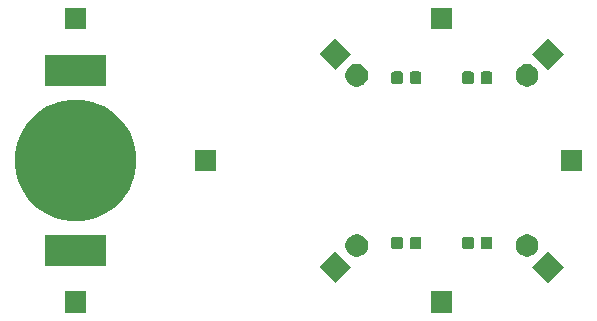
<source format=gts>
G04 #@! TF.GenerationSoftware,KiCad,Pcbnew,5.1.4*
G04 #@! TF.CreationDate,2019-09-18T22:14:05+02:00*
G04 #@! TF.ProjectId,crf_bokmassabot,6372665f-626f-46b6-9d61-737361626f74,rev?*
G04 #@! TF.SameCoordinates,Original*
G04 #@! TF.FileFunction,Soldermask,Top*
G04 #@! TF.FilePolarity,Negative*
%FSLAX46Y46*%
G04 Gerber Fmt 4.6, Leading zero omitted, Abs format (unit mm)*
G04 Created by KiCad (PCBNEW 5.1.4) date 2019-09-18 22:14:05*
%MOMM*%
%LPD*%
G04 APERTURE LIST*
%ADD10C,0.100000*%
G04 APERTURE END LIST*
D10*
G36*
X191901000Y-122901000D02*
G01*
X190099000Y-122901000D01*
X190099000Y-121099000D01*
X191901000Y-121099000D01*
X191901000Y-122901000D01*
X191901000Y-122901000D01*
G37*
G36*
X160901000Y-122901000D02*
G01*
X159099000Y-122901000D01*
X159099000Y-121099000D01*
X160901000Y-121099000D01*
X160901000Y-122901000D01*
X160901000Y-122901000D01*
G37*
G36*
X183344917Y-119000000D02*
G01*
X182000000Y-120344917D01*
X180655083Y-119000000D01*
X182000000Y-117655083D01*
X183344917Y-119000000D01*
X183344917Y-119000000D01*
G37*
G36*
X201344917Y-119000000D02*
G01*
X200000000Y-120344917D01*
X198655083Y-119000000D01*
X200000000Y-117655083D01*
X201344917Y-119000000D01*
X201344917Y-119000000D01*
G37*
G36*
X162601000Y-118901000D02*
G01*
X157399000Y-118901000D01*
X157399000Y-116299000D01*
X162601000Y-116299000D01*
X162601000Y-118901000D01*
X162601000Y-118901000D01*
G37*
G36*
X184073446Y-116289495D02*
G01*
X184246517Y-116361183D01*
X184246518Y-116361184D01*
X184402278Y-116465259D01*
X184534741Y-116597722D01*
X184534742Y-116597724D01*
X184638817Y-116753483D01*
X184710505Y-116926554D01*
X184747051Y-117110282D01*
X184747051Y-117297616D01*
X184710505Y-117481344D01*
X184638817Y-117654415D01*
X184638370Y-117655084D01*
X184534741Y-117810176D01*
X184402278Y-117942639D01*
X184323869Y-117995030D01*
X184246517Y-118046715D01*
X184073446Y-118118403D01*
X183889718Y-118154949D01*
X183702384Y-118154949D01*
X183518656Y-118118403D01*
X183345585Y-118046715D01*
X183268233Y-117995030D01*
X183189824Y-117942639D01*
X183057361Y-117810176D01*
X182953732Y-117655084D01*
X182953285Y-117654415D01*
X182881597Y-117481344D01*
X182845051Y-117297616D01*
X182845051Y-117110282D01*
X182881597Y-116926554D01*
X182953285Y-116753483D01*
X183057360Y-116597724D01*
X183057361Y-116597722D01*
X183189824Y-116465259D01*
X183345584Y-116361184D01*
X183345585Y-116361183D01*
X183518656Y-116289495D01*
X183702384Y-116252949D01*
X183889718Y-116252949D01*
X184073446Y-116289495D01*
X184073446Y-116289495D01*
G37*
G36*
X198481344Y-116289495D02*
G01*
X198654415Y-116361183D01*
X198654416Y-116361184D01*
X198810176Y-116465259D01*
X198942639Y-116597722D01*
X198942640Y-116597724D01*
X199046715Y-116753483D01*
X199118403Y-116926554D01*
X199154949Y-117110282D01*
X199154949Y-117297616D01*
X199118403Y-117481344D01*
X199046715Y-117654415D01*
X199046268Y-117655084D01*
X198942639Y-117810176D01*
X198810176Y-117942639D01*
X198731767Y-117995030D01*
X198654415Y-118046715D01*
X198481344Y-118118403D01*
X198297616Y-118154949D01*
X198110282Y-118154949D01*
X197926554Y-118118403D01*
X197753483Y-118046715D01*
X197676131Y-117995030D01*
X197597722Y-117942639D01*
X197465259Y-117810176D01*
X197361630Y-117655084D01*
X197361183Y-117654415D01*
X197289495Y-117481344D01*
X197252949Y-117297616D01*
X197252949Y-117110282D01*
X197289495Y-116926554D01*
X197361183Y-116753483D01*
X197465258Y-116597724D01*
X197465259Y-116597722D01*
X197597722Y-116465259D01*
X197753482Y-116361184D01*
X197753483Y-116361183D01*
X197926554Y-116289495D01*
X198110282Y-116252949D01*
X198297616Y-116252949D01*
X198481344Y-116289495D01*
X198481344Y-116289495D01*
G37*
G36*
X187554591Y-116478085D02*
G01*
X187588569Y-116488393D01*
X187619890Y-116505134D01*
X187647339Y-116527661D01*
X187669866Y-116555110D01*
X187686607Y-116586431D01*
X187696915Y-116620409D01*
X187701000Y-116661890D01*
X187701000Y-117338110D01*
X187696915Y-117379591D01*
X187686607Y-117413569D01*
X187669866Y-117444890D01*
X187647339Y-117472339D01*
X187619890Y-117494866D01*
X187588569Y-117511607D01*
X187554591Y-117521915D01*
X187513110Y-117526000D01*
X186911890Y-117526000D01*
X186870409Y-117521915D01*
X186836431Y-117511607D01*
X186805110Y-117494866D01*
X186777661Y-117472339D01*
X186755134Y-117444890D01*
X186738393Y-117413569D01*
X186728085Y-117379591D01*
X186724000Y-117338110D01*
X186724000Y-116661890D01*
X186728085Y-116620409D01*
X186738393Y-116586431D01*
X186755134Y-116555110D01*
X186777661Y-116527661D01*
X186805110Y-116505134D01*
X186836431Y-116488393D01*
X186870409Y-116478085D01*
X186911890Y-116474000D01*
X187513110Y-116474000D01*
X187554591Y-116478085D01*
X187554591Y-116478085D01*
G37*
G36*
X189129591Y-116478085D02*
G01*
X189163569Y-116488393D01*
X189194890Y-116505134D01*
X189222339Y-116527661D01*
X189244866Y-116555110D01*
X189261607Y-116586431D01*
X189271915Y-116620409D01*
X189276000Y-116661890D01*
X189276000Y-117338110D01*
X189271915Y-117379591D01*
X189261607Y-117413569D01*
X189244866Y-117444890D01*
X189222339Y-117472339D01*
X189194890Y-117494866D01*
X189163569Y-117511607D01*
X189129591Y-117521915D01*
X189088110Y-117526000D01*
X188486890Y-117526000D01*
X188445409Y-117521915D01*
X188411431Y-117511607D01*
X188380110Y-117494866D01*
X188352661Y-117472339D01*
X188330134Y-117444890D01*
X188313393Y-117413569D01*
X188303085Y-117379591D01*
X188299000Y-117338110D01*
X188299000Y-116661890D01*
X188303085Y-116620409D01*
X188313393Y-116586431D01*
X188330134Y-116555110D01*
X188352661Y-116527661D01*
X188380110Y-116505134D01*
X188411431Y-116488393D01*
X188445409Y-116478085D01*
X188486890Y-116474000D01*
X189088110Y-116474000D01*
X189129591Y-116478085D01*
X189129591Y-116478085D01*
G37*
G36*
X195129591Y-116478085D02*
G01*
X195163569Y-116488393D01*
X195194890Y-116505134D01*
X195222339Y-116527661D01*
X195244866Y-116555110D01*
X195261607Y-116586431D01*
X195271915Y-116620409D01*
X195276000Y-116661890D01*
X195276000Y-117338110D01*
X195271915Y-117379591D01*
X195261607Y-117413569D01*
X195244866Y-117444890D01*
X195222339Y-117472339D01*
X195194890Y-117494866D01*
X195163569Y-117511607D01*
X195129591Y-117521915D01*
X195088110Y-117526000D01*
X194486890Y-117526000D01*
X194445409Y-117521915D01*
X194411431Y-117511607D01*
X194380110Y-117494866D01*
X194352661Y-117472339D01*
X194330134Y-117444890D01*
X194313393Y-117413569D01*
X194303085Y-117379591D01*
X194299000Y-117338110D01*
X194299000Y-116661890D01*
X194303085Y-116620409D01*
X194313393Y-116586431D01*
X194330134Y-116555110D01*
X194352661Y-116527661D01*
X194380110Y-116505134D01*
X194411431Y-116488393D01*
X194445409Y-116478085D01*
X194486890Y-116474000D01*
X195088110Y-116474000D01*
X195129591Y-116478085D01*
X195129591Y-116478085D01*
G37*
G36*
X193554591Y-116478085D02*
G01*
X193588569Y-116488393D01*
X193619890Y-116505134D01*
X193647339Y-116527661D01*
X193669866Y-116555110D01*
X193686607Y-116586431D01*
X193696915Y-116620409D01*
X193701000Y-116661890D01*
X193701000Y-117338110D01*
X193696915Y-117379591D01*
X193686607Y-117413569D01*
X193669866Y-117444890D01*
X193647339Y-117472339D01*
X193619890Y-117494866D01*
X193588569Y-117511607D01*
X193554591Y-117521915D01*
X193513110Y-117526000D01*
X192911890Y-117526000D01*
X192870409Y-117521915D01*
X192836431Y-117511607D01*
X192805110Y-117494866D01*
X192777661Y-117472339D01*
X192755134Y-117444890D01*
X192738393Y-117413569D01*
X192728085Y-117379591D01*
X192724000Y-117338110D01*
X192724000Y-116661890D01*
X192728085Y-116620409D01*
X192738393Y-116586431D01*
X192755134Y-116555110D01*
X192777661Y-116527661D01*
X192805110Y-116505134D01*
X192836431Y-116488393D01*
X192870409Y-116478085D01*
X192911890Y-116474000D01*
X193513110Y-116474000D01*
X193554591Y-116478085D01*
X193554591Y-116478085D01*
G37*
G36*
X161502490Y-105046950D02*
G01*
X162051620Y-105274407D01*
X162439913Y-105435243D01*
X163283571Y-105998957D01*
X164001043Y-106716429D01*
X164564757Y-107560087D01*
X164564757Y-107560088D01*
X164953050Y-108497510D01*
X165151000Y-109492669D01*
X165151000Y-110507331D01*
X164953050Y-111502490D01*
X164725593Y-112051620D01*
X164564757Y-112439913D01*
X164001043Y-113283571D01*
X163283571Y-114001043D01*
X162439913Y-114564757D01*
X162051620Y-114725593D01*
X161502490Y-114953050D01*
X160507331Y-115151000D01*
X159492669Y-115151000D01*
X158497510Y-114953050D01*
X157948380Y-114725593D01*
X157560087Y-114564757D01*
X156716429Y-114001043D01*
X155998957Y-113283571D01*
X155435243Y-112439913D01*
X155274407Y-112051620D01*
X155046950Y-111502490D01*
X154849000Y-110507331D01*
X154849000Y-109492669D01*
X155046950Y-108497510D01*
X155435243Y-107560088D01*
X155435243Y-107560087D01*
X155998957Y-106716429D01*
X156716429Y-105998957D01*
X157560087Y-105435243D01*
X157948380Y-105274407D01*
X158497510Y-105046950D01*
X159492669Y-104849000D01*
X160507331Y-104849000D01*
X161502490Y-105046950D01*
X161502490Y-105046950D01*
G37*
G36*
X202901000Y-110901000D02*
G01*
X201099000Y-110901000D01*
X201099000Y-109099000D01*
X202901000Y-109099000D01*
X202901000Y-110901000D01*
X202901000Y-110901000D01*
G37*
G36*
X171901000Y-110901000D02*
G01*
X170099000Y-110901000D01*
X170099000Y-109099000D01*
X171901000Y-109099000D01*
X171901000Y-110901000D01*
X171901000Y-110901000D01*
G37*
G36*
X184073446Y-101881597D02*
G01*
X184246517Y-101953285D01*
X184246518Y-101953286D01*
X184402278Y-102057361D01*
X184534741Y-102189824D01*
X184534742Y-102189826D01*
X184638817Y-102345585D01*
X184710505Y-102518656D01*
X184747051Y-102702384D01*
X184747051Y-102889718D01*
X184710505Y-103073446D01*
X184638817Y-103246517D01*
X184638816Y-103246518D01*
X184534741Y-103402278D01*
X184402278Y-103534741D01*
X184323869Y-103587132D01*
X184246517Y-103638817D01*
X184073446Y-103710505D01*
X183889718Y-103747051D01*
X183702384Y-103747051D01*
X183518656Y-103710505D01*
X183345585Y-103638817D01*
X183268233Y-103587132D01*
X183189824Y-103534741D01*
X183057361Y-103402278D01*
X182953286Y-103246518D01*
X182953285Y-103246517D01*
X182881597Y-103073446D01*
X182845051Y-102889718D01*
X182845051Y-102702384D01*
X182881597Y-102518656D01*
X182953285Y-102345585D01*
X183057360Y-102189826D01*
X183057361Y-102189824D01*
X183189824Y-102057361D01*
X183345584Y-101953286D01*
X183345585Y-101953285D01*
X183518656Y-101881597D01*
X183702384Y-101845051D01*
X183889718Y-101845051D01*
X184073446Y-101881597D01*
X184073446Y-101881597D01*
G37*
G36*
X198481344Y-101881597D02*
G01*
X198654415Y-101953285D01*
X198654416Y-101953286D01*
X198810176Y-102057361D01*
X198942639Y-102189824D01*
X198942640Y-102189826D01*
X199046715Y-102345585D01*
X199118403Y-102518656D01*
X199154949Y-102702384D01*
X199154949Y-102889718D01*
X199118403Y-103073446D01*
X199046715Y-103246517D01*
X199046714Y-103246518D01*
X198942639Y-103402278D01*
X198810176Y-103534741D01*
X198731767Y-103587132D01*
X198654415Y-103638817D01*
X198481344Y-103710505D01*
X198297616Y-103747051D01*
X198110282Y-103747051D01*
X197926554Y-103710505D01*
X197753483Y-103638817D01*
X197676131Y-103587132D01*
X197597722Y-103534741D01*
X197465259Y-103402278D01*
X197361184Y-103246518D01*
X197361183Y-103246517D01*
X197289495Y-103073446D01*
X197252949Y-102889718D01*
X197252949Y-102702384D01*
X197289495Y-102518656D01*
X197361183Y-102345585D01*
X197465258Y-102189826D01*
X197465259Y-102189824D01*
X197597722Y-102057361D01*
X197753482Y-101953286D01*
X197753483Y-101953285D01*
X197926554Y-101881597D01*
X198110282Y-101845051D01*
X198297616Y-101845051D01*
X198481344Y-101881597D01*
X198481344Y-101881597D01*
G37*
G36*
X162601000Y-103701000D02*
G01*
X157399000Y-103701000D01*
X157399000Y-101099000D01*
X162601000Y-101099000D01*
X162601000Y-103701000D01*
X162601000Y-103701000D01*
G37*
G36*
X193554591Y-102478085D02*
G01*
X193588569Y-102488393D01*
X193619890Y-102505134D01*
X193647339Y-102527661D01*
X193669866Y-102555110D01*
X193686607Y-102586431D01*
X193696915Y-102620409D01*
X193701000Y-102661890D01*
X193701000Y-103338110D01*
X193696915Y-103379591D01*
X193686607Y-103413569D01*
X193669866Y-103444890D01*
X193647339Y-103472339D01*
X193619890Y-103494866D01*
X193588569Y-103511607D01*
X193554591Y-103521915D01*
X193513110Y-103526000D01*
X192911890Y-103526000D01*
X192870409Y-103521915D01*
X192836431Y-103511607D01*
X192805110Y-103494866D01*
X192777661Y-103472339D01*
X192755134Y-103444890D01*
X192738393Y-103413569D01*
X192728085Y-103379591D01*
X192724000Y-103338110D01*
X192724000Y-102661890D01*
X192728085Y-102620409D01*
X192738393Y-102586431D01*
X192755134Y-102555110D01*
X192777661Y-102527661D01*
X192805110Y-102505134D01*
X192836431Y-102488393D01*
X192870409Y-102478085D01*
X192911890Y-102474000D01*
X193513110Y-102474000D01*
X193554591Y-102478085D01*
X193554591Y-102478085D01*
G37*
G36*
X195129591Y-102478085D02*
G01*
X195163569Y-102488393D01*
X195194890Y-102505134D01*
X195222339Y-102527661D01*
X195244866Y-102555110D01*
X195261607Y-102586431D01*
X195271915Y-102620409D01*
X195276000Y-102661890D01*
X195276000Y-103338110D01*
X195271915Y-103379591D01*
X195261607Y-103413569D01*
X195244866Y-103444890D01*
X195222339Y-103472339D01*
X195194890Y-103494866D01*
X195163569Y-103511607D01*
X195129591Y-103521915D01*
X195088110Y-103526000D01*
X194486890Y-103526000D01*
X194445409Y-103521915D01*
X194411431Y-103511607D01*
X194380110Y-103494866D01*
X194352661Y-103472339D01*
X194330134Y-103444890D01*
X194313393Y-103413569D01*
X194303085Y-103379591D01*
X194299000Y-103338110D01*
X194299000Y-102661890D01*
X194303085Y-102620409D01*
X194313393Y-102586431D01*
X194330134Y-102555110D01*
X194352661Y-102527661D01*
X194380110Y-102505134D01*
X194411431Y-102488393D01*
X194445409Y-102478085D01*
X194486890Y-102474000D01*
X195088110Y-102474000D01*
X195129591Y-102478085D01*
X195129591Y-102478085D01*
G37*
G36*
X187554591Y-102478085D02*
G01*
X187588569Y-102488393D01*
X187619890Y-102505134D01*
X187647339Y-102527661D01*
X187669866Y-102555110D01*
X187686607Y-102586431D01*
X187696915Y-102620409D01*
X187701000Y-102661890D01*
X187701000Y-103338110D01*
X187696915Y-103379591D01*
X187686607Y-103413569D01*
X187669866Y-103444890D01*
X187647339Y-103472339D01*
X187619890Y-103494866D01*
X187588569Y-103511607D01*
X187554591Y-103521915D01*
X187513110Y-103526000D01*
X186911890Y-103526000D01*
X186870409Y-103521915D01*
X186836431Y-103511607D01*
X186805110Y-103494866D01*
X186777661Y-103472339D01*
X186755134Y-103444890D01*
X186738393Y-103413569D01*
X186728085Y-103379591D01*
X186724000Y-103338110D01*
X186724000Y-102661890D01*
X186728085Y-102620409D01*
X186738393Y-102586431D01*
X186755134Y-102555110D01*
X186777661Y-102527661D01*
X186805110Y-102505134D01*
X186836431Y-102488393D01*
X186870409Y-102478085D01*
X186911890Y-102474000D01*
X187513110Y-102474000D01*
X187554591Y-102478085D01*
X187554591Y-102478085D01*
G37*
G36*
X189129591Y-102478085D02*
G01*
X189163569Y-102488393D01*
X189194890Y-102505134D01*
X189222339Y-102527661D01*
X189244866Y-102555110D01*
X189261607Y-102586431D01*
X189271915Y-102620409D01*
X189276000Y-102661890D01*
X189276000Y-103338110D01*
X189271915Y-103379591D01*
X189261607Y-103413569D01*
X189244866Y-103444890D01*
X189222339Y-103472339D01*
X189194890Y-103494866D01*
X189163569Y-103511607D01*
X189129591Y-103521915D01*
X189088110Y-103526000D01*
X188486890Y-103526000D01*
X188445409Y-103521915D01*
X188411431Y-103511607D01*
X188380110Y-103494866D01*
X188352661Y-103472339D01*
X188330134Y-103444890D01*
X188313393Y-103413569D01*
X188303085Y-103379591D01*
X188299000Y-103338110D01*
X188299000Y-102661890D01*
X188303085Y-102620409D01*
X188313393Y-102586431D01*
X188330134Y-102555110D01*
X188352661Y-102527661D01*
X188380110Y-102505134D01*
X188411431Y-102488393D01*
X188445409Y-102478085D01*
X188486890Y-102474000D01*
X189088110Y-102474000D01*
X189129591Y-102478085D01*
X189129591Y-102478085D01*
G37*
G36*
X201344917Y-101000000D02*
G01*
X200000000Y-102344917D01*
X198655083Y-101000000D01*
X200000000Y-99655083D01*
X201344917Y-101000000D01*
X201344917Y-101000000D01*
G37*
G36*
X183344917Y-101000000D02*
G01*
X182000000Y-102344917D01*
X180655083Y-101000000D01*
X182000000Y-99655083D01*
X183344917Y-101000000D01*
X183344917Y-101000000D01*
G37*
G36*
X160901000Y-98901000D02*
G01*
X159099000Y-98901000D01*
X159099000Y-97099000D01*
X160901000Y-97099000D01*
X160901000Y-98901000D01*
X160901000Y-98901000D01*
G37*
G36*
X191901000Y-98901000D02*
G01*
X190099000Y-98901000D01*
X190099000Y-97099000D01*
X191901000Y-97099000D01*
X191901000Y-98901000D01*
X191901000Y-98901000D01*
G37*
M02*

</source>
